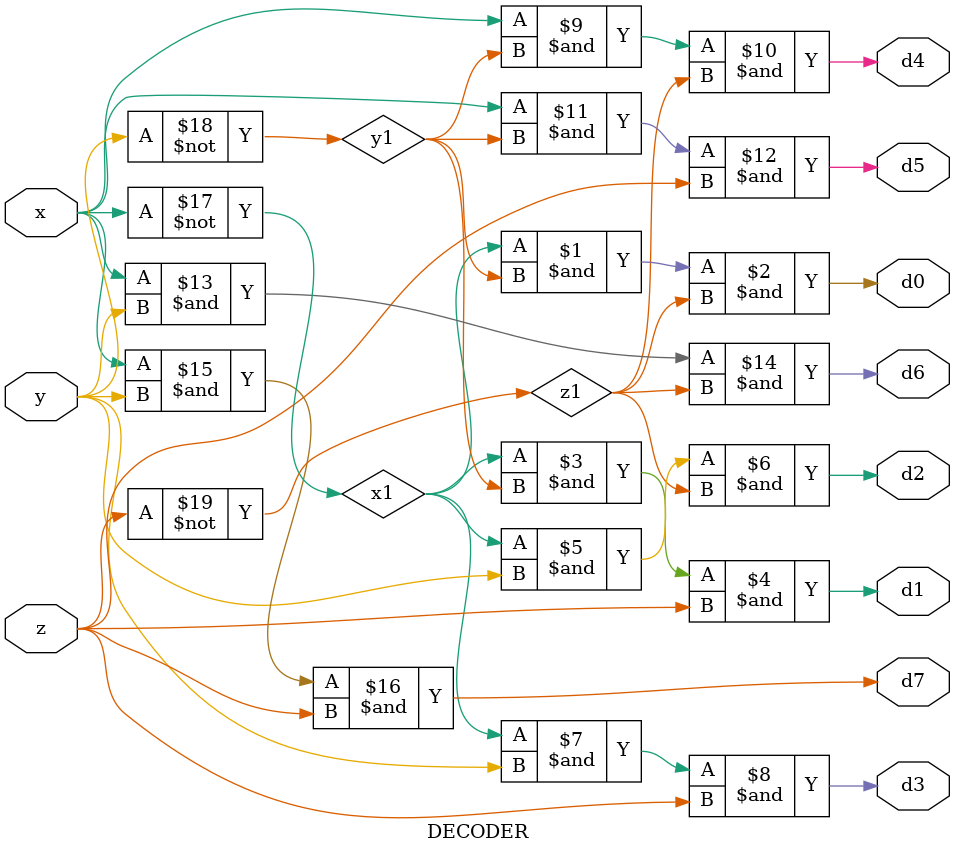
<source format=v>
module DECODER(d0,d1,d2,d3,d4,d5,d6,d7,x,y,z);
	output d0,d1,d2,d3,d4,d5,d6,d7;
	input x,y,z;
	wire x1,y1,z1;

	not(x1,x);
	not(y1,y);
	not(z1,z);
	and(d0,x1,y1,z1);
	and(d1,x1,y1,z);
	and(d2,x1,y,z1);
	and(d3,x1,y,z);
	and(d4,x,y1,z1);
	and(d5,x,y1,z);
	and(d6,x,y,z1);
	and(d7,x,y,z);
endmodule
</source>
